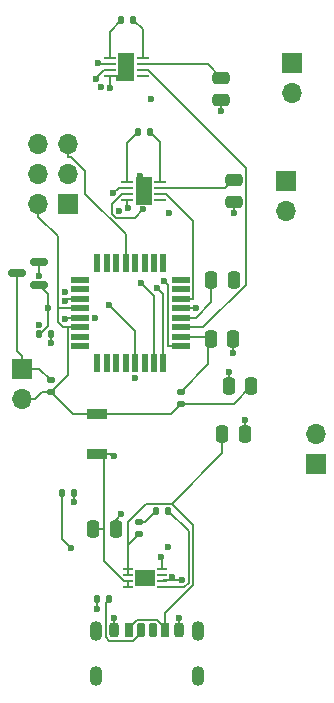
<source format=gbr>
%TF.GenerationSoftware,KiCad,Pcbnew,8.0.7*%
%TF.CreationDate,2025-01-05T21:05:33-07:00*%
%TF.ProjectId,Hat PCB,48617420-5043-4422-9e6b-696361645f70,rev?*%
%TF.SameCoordinates,Original*%
%TF.FileFunction,Copper,L1,Top*%
%TF.FilePolarity,Positive*%
%FSLAX46Y46*%
G04 Gerber Fmt 4.6, Leading zero omitted, Abs format (unit mm)*
G04 Created by KiCad (PCBNEW 8.0.7) date 2025-01-05 21:05:33*
%MOMM*%
%LPD*%
G01*
G04 APERTURE LIST*
G04 Aperture macros list*
%AMRoundRect*
0 Rectangle with rounded corners*
0 $1 Rounding radius*
0 $2 $3 $4 $5 $6 $7 $8 $9 X,Y pos of 4 corners*
0 Add a 4 corners polygon primitive as box body*
4,1,4,$2,$3,$4,$5,$6,$7,$8,$9,$2,$3,0*
0 Add four circle primitives for the rounded corners*
1,1,$1+$1,$2,$3*
1,1,$1+$1,$4,$5*
1,1,$1+$1,$6,$7*
1,1,$1+$1,$8,$9*
0 Add four rect primitives between the rounded corners*
20,1,$1+$1,$2,$3,$4,$5,0*
20,1,$1+$1,$4,$5,$6,$7,0*
20,1,$1+$1,$6,$7,$8,$9,0*
20,1,$1+$1,$8,$9,$2,$3,0*%
G04 Aperture macros list end*
%TA.AperFunction,SMDPad,CuDef*%
%ADD10RoundRect,0.147500X0.172500X-0.147500X0.172500X0.147500X-0.172500X0.147500X-0.172500X-0.147500X0*%
%TD*%
%TA.AperFunction,ComponentPad*%
%ADD11R,1.700000X1.700000*%
%TD*%
%TA.AperFunction,ComponentPad*%
%ADD12O,1.700000X1.700000*%
%TD*%
%TA.AperFunction,SMDPad,CuDef*%
%ADD13RoundRect,0.135000X0.135000X0.185000X-0.135000X0.185000X-0.135000X-0.185000X0.135000X-0.185000X0*%
%TD*%
%TA.AperFunction,SMDPad,CuDef*%
%ADD14RoundRect,0.135000X-0.135000X-0.185000X0.135000X-0.185000X0.135000X0.185000X-0.135000X0.185000X0*%
%TD*%
%TA.AperFunction,SMDPad,CuDef*%
%ADD15RoundRect,0.250000X-0.250000X-0.475000X0.250000X-0.475000X0.250000X0.475000X-0.250000X0.475000X0*%
%TD*%
%TA.AperFunction,SMDPad,CuDef*%
%ADD16RoundRect,0.250000X-0.475000X0.250000X-0.475000X-0.250000X0.475000X-0.250000X0.475000X0.250000X0*%
%TD*%
%TA.AperFunction,SMDPad,CuDef*%
%ADD17RoundRect,0.062500X-0.412500X-0.062500X0.412500X-0.062500X0.412500X0.062500X-0.412500X0.062500X0*%
%TD*%
%TA.AperFunction,HeatsinkPad*%
%ADD18R,1.450000X2.400000*%
%TD*%
%TA.AperFunction,SMDPad,CuDef*%
%ADD19RoundRect,0.147500X-0.172500X0.147500X-0.172500X-0.147500X0.172500X-0.147500X0.172500X0.147500X0*%
%TD*%
%TA.AperFunction,SMDPad,CuDef*%
%ADD20RoundRect,0.062500X-0.337500X-0.062500X0.337500X-0.062500X0.337500X0.062500X-0.337500X0.062500X0*%
%TD*%
%TA.AperFunction,HeatsinkPad*%
%ADD21R,1.700000X1.400000*%
%TD*%
%TA.AperFunction,SMDPad,CuDef*%
%ADD22RoundRect,0.135000X0.185000X-0.135000X0.185000X0.135000X-0.185000X0.135000X-0.185000X-0.135000X0*%
%TD*%
%TA.AperFunction,SMDPad,CuDef*%
%ADD23R,1.600000X0.550000*%
%TD*%
%TA.AperFunction,SMDPad,CuDef*%
%ADD24R,0.550000X1.600000*%
%TD*%
%TA.AperFunction,SMDPad,CuDef*%
%ADD25RoundRect,0.175000X-0.175000X-0.425000X0.175000X-0.425000X0.175000X0.425000X-0.175000X0.425000X0*%
%TD*%
%TA.AperFunction,SMDPad,CuDef*%
%ADD26RoundRect,0.190000X0.190000X0.410000X-0.190000X0.410000X-0.190000X-0.410000X0.190000X-0.410000X0*%
%TD*%
%TA.AperFunction,SMDPad,CuDef*%
%ADD27RoundRect,0.200000X0.200000X0.400000X-0.200000X0.400000X-0.200000X-0.400000X0.200000X-0.400000X0*%
%TD*%
%TA.AperFunction,SMDPad,CuDef*%
%ADD28RoundRect,0.175000X0.175000X0.425000X-0.175000X0.425000X-0.175000X-0.425000X0.175000X-0.425000X0*%
%TD*%
%TA.AperFunction,SMDPad,CuDef*%
%ADD29RoundRect,0.190000X-0.190000X-0.410000X0.190000X-0.410000X0.190000X0.410000X-0.190000X0.410000X0*%
%TD*%
%TA.AperFunction,SMDPad,CuDef*%
%ADD30RoundRect,0.200000X-0.200000X-0.400000X0.200000X-0.400000X0.200000X0.400000X-0.200000X0.400000X0*%
%TD*%
%TA.AperFunction,ComponentPad*%
%ADD31O,1.100000X1.700000*%
%TD*%
%TA.AperFunction,SMDPad,CuDef*%
%ADD32RoundRect,0.150000X0.587500X0.150000X-0.587500X0.150000X-0.587500X-0.150000X0.587500X-0.150000X0*%
%TD*%
%TA.AperFunction,SMDPad,CuDef*%
%ADD33R,1.700000X0.900000*%
%TD*%
%TA.AperFunction,SMDPad,CuDef*%
%ADD34RoundRect,0.250000X0.250000X0.475000X-0.250000X0.475000X-0.250000X-0.475000X0.250000X-0.475000X0*%
%TD*%
%TA.AperFunction,ViaPad*%
%ADD35C,0.600000*%
%TD*%
%TA.AperFunction,Conductor*%
%ADD36C,0.200000*%
%TD*%
G04 APERTURE END LIST*
D10*
%TO.P,D2,1,K*%
%TO.N,VCC*%
X243500000Y-129970000D03*
%TO.P,D2,2,A*%
%TO.N,Net-(D2-A)*%
X243500000Y-129000000D03*
%TD*%
D11*
%TO.P,J1,1,Pin_1*%
%TO.N,Net-(J1-Pin_1)*%
X265950000Y-136050000D03*
D12*
%TO.P,J1,2,Pin_2*%
%TO.N,GND*%
X265950000Y-133510000D03*
%TD*%
D13*
%TO.P,R6,1*%
%TO.N,Net-(P1-CC)*%
X248470000Y-147550000D03*
%TO.P,R6,2*%
%TO.N,GND*%
X247450000Y-147550000D03*
%TD*%
D14*
%TO.P,R5,1*%
%TO.N,Net-(R5-Pad1)*%
X250917500Y-108000000D03*
%TO.P,R5,2*%
%TO.N,Net-(R5-Pad2)*%
X251937500Y-108000000D03*
%TD*%
%TO.P,R1,1*%
%TO.N,Net-(Q1-G)*%
X242530000Y-125050000D03*
%TO.P,R1,2*%
%TO.N,GND*%
X243550000Y-125050000D03*
%TD*%
D11*
%TO.P,J5,1,Pin_1*%
%TO.N,Net-(D2-A)*%
X241050000Y-128010000D03*
D12*
%TO.P,J5,2,Pin_2*%
%TO.N,VCC*%
X241050000Y-130550000D03*
%TD*%
D15*
%TO.P,C1,1*%
%TO.N,Net-(U1-AVCC)*%
X257050000Y-125500000D03*
%TO.P,C1,2*%
%TO.N,GND*%
X258950000Y-125500000D03*
%TD*%
D16*
%TO.P,C3,1*%
%TO.N,Net-(U2-V+)*%
X257937500Y-103375000D03*
%TO.P,C3,2*%
%TO.N,GND*%
X257937500Y-105275000D03*
%TD*%
D14*
%TO.P,R7,1*%
%TO.N,Net-(D1-K)*%
X252430000Y-140050000D03*
%TO.P,R7,2*%
%TO.N,Net-(U4-STAT)*%
X253450000Y-140050000D03*
%TD*%
D17*
%TO.P,U3,1,Rg*%
%TO.N,Net-(R5-Pad1)*%
X249987500Y-112225000D03*
%TO.P,U3,2,-*%
%TO.N,Net-(J3-Pin_1)*%
X249987500Y-112725000D03*
%TO.P,U3,3,+*%
%TO.N,Net-(J3-Pin_2)*%
X249987500Y-113225000D03*
%TO.P,U3,4,V-*%
%TO.N,GND*%
X249987500Y-113725000D03*
%TO.P,U3,5,Ref*%
%TO.N,unconnected-(U3-Ref-Pad5)*%
X252787500Y-113725000D03*
%TO.P,U3,6*%
%TO.N,Net-(U1-ADC7)*%
X252787500Y-113225000D03*
%TO.P,U3,7,V+*%
%TO.N,Net-(U3-V+)*%
X252787500Y-112725000D03*
%TO.P,U3,8,Rg*%
%TO.N,Net-(R5-Pad2)*%
X252787500Y-112225000D03*
D18*
%TO.P,U3,9,EP*%
%TO.N,GND*%
X251387500Y-112975000D03*
%TD*%
D14*
%TO.P,R4,1*%
%TO.N,Net-(R4-Pad1)*%
X249480000Y-98500000D03*
%TO.P,R4,2*%
%TO.N,Net-(R4-Pad2)*%
X250500000Y-98500000D03*
%TD*%
D19*
%TO.P,D1,1,K*%
%TO.N,Net-(D1-K)*%
X251000000Y-141015000D03*
%TO.P,D1,2,A*%
%TO.N,VDD*%
X251000000Y-141985000D03*
%TD*%
D16*
%TO.P,C2,1*%
%TO.N,Net-(U3-V+)*%
X259000000Y-112000000D03*
%TO.P,C2,2*%
%TO.N,GND*%
X259000000Y-113900000D03*
%TD*%
D14*
%TO.P,R3,1*%
%TO.N,Net-(U4-PROG)*%
X244480000Y-138500000D03*
%TO.P,R3,2*%
%TO.N,GND*%
X245500000Y-138500000D03*
%TD*%
D20*
%TO.P,U4,1,V_{DD}*%
%TO.N,VDD*%
X250050000Y-145000000D03*
%TO.P,U4,2,V_{DD}*%
X250050000Y-145500000D03*
%TO.P,U4,3,V_{BAT}*%
%TO.N,Net-(J1-Pin_1)*%
X250050000Y-146000000D03*
%TO.P,U4,4,V_{BAT}*%
X250050000Y-146500000D03*
%TO.P,U4,5,STAT*%
%TO.N,Net-(U4-STAT)*%
X252950000Y-146500000D03*
%TO.P,U4,6,V_{SS}*%
%TO.N,GND*%
X252950000Y-146000000D03*
%TO.P,U4,7,NC*%
%TO.N,unconnected-(U4-NC-Pad7)*%
X252950000Y-145500000D03*
%TO.P,U4,8,PROG*%
%TO.N,Net-(U4-PROG)*%
X252950000Y-145000000D03*
D21*
%TO.P,U4,9*%
%TO.N,N/C*%
X251500000Y-145750000D03*
%TD*%
D11*
%TO.P,J4,1,Pin_1*%
%TO.N,Net-(J4-Pin_1)*%
X245000000Y-114040000D03*
D12*
%TO.P,J4,2,Pin_2*%
%TO.N,VCC*%
X242460000Y-114040000D03*
%TO.P,J4,3,Pin_3*%
%TO.N,Net-(J4-Pin_3)*%
X245000000Y-111500000D03*
%TO.P,J4,4,Pin_4*%
%TO.N,Net-(J4-Pin_4)*%
X242460000Y-111500000D03*
%TO.P,J4,5,Pin_5*%
%TO.N,Net-(J4-Pin_5)*%
X245000000Y-108960000D03*
%TO.P,J4,6,Pin_6*%
%TO.N,GND*%
X242460000Y-108960000D03*
%TD*%
D15*
%TO.P,C5,1*%
%TO.N,VDD*%
X258050000Y-133550000D03*
%TO.P,C5,2*%
%TO.N,GND*%
X259950000Y-133550000D03*
%TD*%
D22*
%TO.P,R2,1*%
%TO.N,VCC*%
X254500000Y-131000000D03*
%TO.P,R2,2*%
%TO.N,Net-(U1-AVCC)*%
X254500000Y-129980000D03*
%TD*%
D15*
%TO.P,C4,1*%
%TO.N,Net-(J1-Pin_1)*%
X247100000Y-141550000D03*
%TO.P,C4,2*%
%TO.N,GND*%
X249000000Y-141550000D03*
%TD*%
D23*
%TO.P,U1,1,PD3*%
%TO.N,unconnected-(U1-PD3-Pad1)*%
X246000000Y-120500000D03*
%TO.P,U1,2,PD4*%
%TO.N,unconnected-(U1-PD4-Pad2)*%
X246000000Y-121300000D03*
%TO.P,U1,3,GND*%
%TO.N,GND*%
X246000000Y-122100000D03*
%TO.P,U1,4,VCC*%
%TO.N,VCC*%
X246000000Y-122900000D03*
%TO.P,U1,5,GND*%
%TO.N,GND*%
X246000000Y-123700000D03*
%TO.P,U1,6,VCC*%
%TO.N,VCC*%
X246000000Y-124500000D03*
%TO.P,U1,7,XTAL1/PB6*%
%TO.N,unconnected-(U1-XTAL1{slash}PB6-Pad7)*%
X246000000Y-125300000D03*
%TO.P,U1,8,XTAL2/PB7*%
%TO.N,unconnected-(U1-XTAL2{slash}PB7-Pad8)*%
X246000000Y-126100000D03*
D24*
%TO.P,U1,9,PD5*%
%TO.N,unconnected-(U1-PD5-Pad9)*%
X247450000Y-127550000D03*
%TO.P,U1,10,PD6*%
%TO.N,unconnected-(U1-PD6-Pad10)*%
X248250000Y-127550000D03*
%TO.P,U1,11,PD7*%
%TO.N,unconnected-(U1-PD7-Pad11)*%
X249050000Y-127550000D03*
%TO.P,U1,12,PB0*%
%TO.N,unconnected-(U1-PB0-Pad12)*%
X249850000Y-127550000D03*
%TO.P,U1,13,PB1*%
%TO.N,Net-(Q1-G)*%
X250650000Y-127550000D03*
%TO.P,U1,14,PB2*%
%TO.N,unconnected-(U1-PB2-Pad14)*%
X251450000Y-127550000D03*
%TO.P,U1,15,PB3*%
%TO.N,Net-(J4-Pin_4)*%
X252250000Y-127550000D03*
%TO.P,U1,16,PB4*%
%TO.N,Net-(J4-Pin_1)*%
X253050000Y-127550000D03*
D23*
%TO.P,U1,17,PB5*%
%TO.N,Net-(J4-Pin_3)*%
X254500000Y-126100000D03*
%TO.P,U1,18,AVCC*%
%TO.N,Net-(U1-AVCC)*%
X254500000Y-125300000D03*
%TO.P,U1,19,ADC6*%
%TO.N,Net-(U1-ADC6)*%
X254500000Y-124500000D03*
%TO.P,U1,20,AREF*%
%TO.N,Net-(U1-AREF)*%
X254500000Y-123700000D03*
%TO.P,U1,21,GND*%
%TO.N,GND*%
X254500000Y-122900000D03*
%TO.P,U1,22,ADC7*%
%TO.N,Net-(U1-ADC7)*%
X254500000Y-122100000D03*
%TO.P,U1,23,PC0*%
%TO.N,unconnected-(U1-PC0-Pad23)*%
X254500000Y-121300000D03*
%TO.P,U1,24,PC1*%
%TO.N,unconnected-(U1-PC1-Pad24)*%
X254500000Y-120500000D03*
D24*
%TO.P,U1,25,PC2*%
%TO.N,unconnected-(U1-PC2-Pad25)*%
X253050000Y-119050000D03*
%TO.P,U1,26,PC3*%
%TO.N,unconnected-(U1-PC3-Pad26)*%
X252250000Y-119050000D03*
%TO.P,U1,27,PC4*%
%TO.N,unconnected-(U1-PC4-Pad27)*%
X251450000Y-119050000D03*
%TO.P,U1,28,PC5*%
%TO.N,unconnected-(U1-PC5-Pad28)*%
X250650000Y-119050000D03*
%TO.P,U1,29,~{RESET}/PC6*%
%TO.N,Net-(J4-Pin_5)*%
X249850000Y-119050000D03*
%TO.P,U1,30,PD0*%
%TO.N,unconnected-(U1-PD0-Pad30)*%
X249050000Y-119050000D03*
%TO.P,U1,31,PD1*%
%TO.N,unconnected-(U1-PD1-Pad31)*%
X248250000Y-119050000D03*
%TO.P,U1,32,PD2*%
%TO.N,unconnected-(U1-PD2-Pad32)*%
X247450000Y-119050000D03*
%TD*%
D25*
%TO.P,P1,A5,CC*%
%TO.N,Net-(P1-CC)*%
X251130000Y-150170000D03*
D26*
%TO.P,P1,A9,VBUS*%
%TO.N,VDD*%
X253150000Y-150170000D03*
D27*
%TO.P,P1,A12,GND*%
%TO.N,GND*%
X254380000Y-150170000D03*
D28*
%TO.P,P1,B5,VCONN*%
%TO.N,unconnected-(P1-VCONN-PadB5)*%
X252130000Y-150170000D03*
D29*
%TO.P,P1,B9,VBUS*%
%TO.N,VDD*%
X250110000Y-150170000D03*
D30*
%TO.P,P1,B12,GND*%
%TO.N,GND*%
X248880000Y-150170000D03*
D31*
%TO.P,P1,S1,SHIELD*%
%TO.N,unconnected-(P1-SHIELD-PadS1)_2*%
X247310000Y-150250000D03*
%TO.N,unconnected-(P1-SHIELD-PadS1)_3*%
X247310000Y-154050000D03*
%TO.N,unconnected-(P1-SHIELD-PadS1)_1*%
X255950000Y-150250000D03*
%TO.N,unconnected-(P1-SHIELD-PadS1)*%
X255950000Y-154050000D03*
%TD*%
D32*
%TO.P,Q1,1,G*%
%TO.N,Net-(Q1-G)*%
X242500000Y-120900000D03*
%TO.P,Q1,2,S*%
%TO.N,GND*%
X242500000Y-119000000D03*
%TO.P,Q1,3,D*%
%TO.N,Net-(D2-A)*%
X240625000Y-119950000D03*
%TD*%
D33*
%TO.P,SW1,1,A*%
%TO.N,Net-(J1-Pin_1)*%
X247450000Y-135250000D03*
%TO.P,SW1,2,B*%
%TO.N,VCC*%
X247450000Y-131850000D03*
%TD*%
D11*
%TO.P,J2,1,Pin_1*%
%TO.N,Net-(J2-Pin_1)*%
X263937500Y-102100000D03*
D12*
%TO.P,J2,2,Pin_2*%
%TO.N,Net-(J2-Pin_2)*%
X263937500Y-104640000D03*
%TD*%
D11*
%TO.P,J3,1,Pin_1*%
%TO.N,Net-(J3-Pin_1)*%
X263437500Y-112100000D03*
D12*
%TO.P,J3,2,Pin_2*%
%TO.N,Net-(J3-Pin_2)*%
X263437500Y-114640000D03*
%TD*%
D17*
%TO.P,U2,1,Rg*%
%TO.N,Net-(R4-Pad1)*%
X248487500Y-101725000D03*
%TO.P,U2,2,-*%
%TO.N,Net-(J2-Pin_1)*%
X248487500Y-102225000D03*
%TO.P,U2,3,+*%
%TO.N,Net-(J2-Pin_2)*%
X248487500Y-102725000D03*
%TO.P,U2,4,V-*%
%TO.N,GND*%
X248487500Y-103225000D03*
%TO.P,U2,5,Ref*%
%TO.N,unconnected-(U2-Ref-Pad5)*%
X251287500Y-103225000D03*
%TO.P,U2,6*%
%TO.N,Net-(U1-ADC6)*%
X251287500Y-102725000D03*
%TO.P,U2,7,V+*%
%TO.N,Net-(U2-V+)*%
X251287500Y-102225000D03*
%TO.P,U2,8,Rg*%
%TO.N,Net-(R4-Pad2)*%
X251287500Y-101725000D03*
D18*
%TO.P,U2,9,EP*%
%TO.N,GND*%
X249887500Y-102475000D03*
%TD*%
D15*
%TO.P,C7,1*%
%TO.N,GND*%
X258600000Y-129500000D03*
%TO.P,C7,2*%
%TO.N,VCC*%
X260500000Y-129500000D03*
%TD*%
D34*
%TO.P,C6,1*%
%TO.N,GND*%
X259000000Y-120500000D03*
%TO.P,C6,2*%
%TO.N,Net-(U1-AREF)*%
X257100000Y-120500000D03*
%TD*%
D35*
%TO.N,Net-(Q1-G)*%
X248418100Y-122615700D03*
X243294600Y-122903700D03*
%TO.N,Net-(U4-PROG)*%
X252837000Y-143917000D03*
X245264000Y-143200000D03*
%TO.N,Net-(J4-Pin_4)*%
X251125000Y-120775000D03*
%TO.N,Net-(J4-Pin_1)*%
X252536000Y-121188000D03*
%TO.N,Net-(J4-Pin_3)*%
X253112000Y-120572000D03*
%TO.N,Net-(J3-Pin_1)*%
X248808000Y-113173000D03*
%TO.N,Net-(J3-Pin_2)*%
X251351000Y-114515000D03*
%TO.N,Net-(J2-Pin_2)*%
X247324000Y-103495000D03*
%TO.N,Net-(J2-Pin_1)*%
X247545000Y-102100000D03*
%TO.N,Net-(J1-Pin_1)*%
X248841000Y-135416000D03*
%TO.N,GND*%
X252000000Y-105197000D03*
X257938000Y-106228000D03*
X253437000Y-143109000D03*
X250284000Y-103066000D03*
X249275000Y-114672000D03*
X253806000Y-145662000D03*
X247450000Y-148324000D03*
X259950000Y-132371000D03*
X249450000Y-140343000D03*
X251108000Y-111666000D03*
X248880000Y-149098000D03*
X247775000Y-104153000D03*
X254380000Y-149109000D03*
X259050000Y-120179000D03*
X249318000Y-103382000D03*
X253500000Y-114823000D03*
X244748000Y-121479000D03*
X245500000Y-139285000D03*
X255792000Y-122900000D03*
X250650000Y-128805000D03*
X250049000Y-114417000D03*
X242500000Y-120128000D03*
X244738000Y-122310000D03*
X244719000Y-123823000D03*
X242530000Y-124276000D03*
X259000000Y-114856000D03*
X247286000Y-123700000D03*
X243550000Y-125825000D03*
X258600000Y-128312300D03*
X254594000Y-145928900D03*
X248545400Y-104265100D03*
X258950000Y-126707700D03*
%TD*%
D36*
%TO.N,Net-(Q1-G)*%
X250650000Y-124847600D02*
X248418100Y-122615700D01*
X250650000Y-127550000D02*
X250650000Y-124847600D01*
X243294600Y-124364800D02*
X243294600Y-122903700D01*
X242609400Y-125050000D02*
X243294600Y-124364800D01*
X242530000Y-125050000D02*
X242609400Y-125050000D01*
X243294600Y-121694600D02*
X243294600Y-122903700D01*
X242500000Y-120900000D02*
X243294600Y-121694600D01*
%TO.N,Net-(U1-ADC7)*%
X253300200Y-113225000D02*
X252787500Y-113225000D01*
X255551700Y-115476500D02*
X253300200Y-113225000D01*
X255551700Y-122100000D02*
X255551700Y-115476500D01*
X254500000Y-122100000D02*
X255551700Y-122100000D01*
%TO.N,Net-(U1-ADC6)*%
X251731900Y-102725000D02*
X251287500Y-102725000D01*
X260005100Y-110998200D02*
X251731900Y-102725000D01*
X260005100Y-120932800D02*
X260005100Y-110998200D01*
X256437900Y-124500000D02*
X260005100Y-120932800D01*
X254500000Y-124500000D02*
X256437900Y-124500000D01*
%TO.N,Net-(D2-A)*%
X240625000Y-126483300D02*
X241050000Y-126908300D01*
X240625000Y-119950000D02*
X240625000Y-126483300D01*
X241050000Y-128010000D02*
X241050000Y-126908300D01*
X242510000Y-128010000D02*
X243500000Y-129000000D01*
X241050000Y-128010000D02*
X242510000Y-128010000D01*
%TO.N,Net-(U4-STAT)*%
X254818400Y-146500000D02*
X252950000Y-146500000D01*
X255178500Y-146139900D02*
X254818400Y-146500000D01*
X255178500Y-141778500D02*
X255178500Y-146139900D01*
X253450000Y-140050000D02*
X255178500Y-141778500D01*
%TO.N,Net-(R5-Pad1)*%
X249987500Y-108930000D02*
X250917500Y-108000000D01*
X249987500Y-112225000D02*
X249987500Y-108930000D01*
%TO.N,Net-(R5-Pad2)*%
X252787500Y-108850000D02*
X251937500Y-108000000D01*
X252787500Y-112225000D02*
X252787500Y-108850000D01*
%TO.N,Net-(R4-Pad2)*%
X251287500Y-99287500D02*
X250500000Y-98500000D01*
X251287500Y-101725000D02*
X251287500Y-99287500D01*
%TO.N,Net-(R4-Pad1)*%
X248487500Y-99492500D02*
X249480000Y-98500000D01*
X248487500Y-101725000D02*
X248487500Y-99492500D01*
%TO.N,Net-(U4-PROG)*%
X244480000Y-142416000D02*
X244480000Y-138500000D01*
X245264000Y-143200000D02*
X244480000Y-142416000D01*
X252950000Y-144030000D02*
X252950000Y-145000000D01*
X252837000Y-143917000D02*
X252950000Y-144030000D01*
%TO.N,Net-(P1-CC)*%
X248151900Y-147868100D02*
X248470000Y-147550000D01*
X248151900Y-150756100D02*
X248151900Y-147868100D01*
X248483300Y-151087500D02*
X248151900Y-150756100D01*
X250462600Y-151087500D02*
X248483300Y-151087500D01*
X251130000Y-150420100D02*
X250462600Y-151087500D01*
X251130000Y-150170000D02*
X251130000Y-150420100D01*
%TO.N,Net-(U1-AREF)*%
X255784700Y-123700000D02*
X254500000Y-123700000D01*
X257100000Y-122384700D02*
X255784700Y-123700000D01*
X257100000Y-120500000D02*
X257100000Y-122384700D01*
%TO.N,VCC*%
X245380000Y-131850000D02*
X243500000Y-129970000D01*
X247450000Y-131850000D02*
X245380000Y-131850000D01*
X244948300Y-128521700D02*
X243500000Y-129970000D01*
X244948300Y-124500000D02*
X244948300Y-128521700D01*
X246000000Y-124500000D02*
X244948300Y-124500000D01*
X259000000Y-131000000D02*
X260500000Y-129500000D01*
X254500000Y-131000000D02*
X259000000Y-131000000D01*
X253650000Y-131850000D02*
X247450000Y-131850000D01*
X254500000Y-131000000D02*
X253650000Y-131850000D01*
X246000000Y-122900000D02*
X244134100Y-122900000D01*
X244134100Y-116815800D02*
X244134100Y-122900000D01*
X242460000Y-115141700D02*
X244134100Y-116815800D01*
X244572900Y-124500000D02*
X244948300Y-124500000D01*
X244134100Y-124061200D02*
X244572900Y-124500000D01*
X244134100Y-122900000D02*
X244134100Y-124061200D01*
X242460000Y-114040000D02*
X242460000Y-115141700D01*
X242731700Y-129970000D02*
X243500000Y-129970000D01*
X242151700Y-130550000D02*
X242731700Y-129970000D01*
X241050000Y-130550000D02*
X242151700Y-130550000D01*
%TO.N,Net-(J4-Pin_4)*%
X252250000Y-121900000D02*
X252250000Y-127550000D01*
X251125000Y-120775000D02*
X252250000Y-121900000D01*
%TO.N,Net-(J4-Pin_1)*%
X253050000Y-121702000D02*
X253050000Y-127550000D01*
X252536000Y-121188000D02*
X253050000Y-121702000D01*
%TO.N,Net-(J4-Pin_3)*%
X253448300Y-120908300D02*
X253448300Y-126100000D01*
X253112000Y-120572000D02*
X253448300Y-120908300D01*
X254500000Y-126100000D02*
X253448300Y-126100000D01*
%TO.N,Net-(J4-Pin_5)*%
X245228300Y-110061700D02*
X245000000Y-110061700D01*
X246439800Y-111273200D02*
X245228300Y-110061700D01*
X246439800Y-113184300D02*
X246439800Y-111273200D01*
X249850000Y-116594500D02*
X246439800Y-113184300D01*
X249850000Y-119050000D02*
X249850000Y-116594500D01*
X245000000Y-108960000D02*
X245000000Y-110061700D01*
%TO.N,Net-(J3-Pin_1)*%
X249256000Y-112725000D02*
X248808000Y-113173000D01*
X249987500Y-112725000D02*
X249256000Y-112725000D01*
%TO.N,Net-(J3-Pin_2)*%
X250634900Y-115231100D02*
X251351000Y-114515000D01*
X249053900Y-115231100D02*
X250634900Y-115231100D01*
X248703600Y-114880800D02*
X249053900Y-115231100D01*
X248703600Y-114057700D02*
X248703600Y-114880800D01*
X249536300Y-113225000D02*
X248703600Y-114057700D01*
X249987500Y-113225000D02*
X249536300Y-113225000D01*
%TO.N,Net-(J2-Pin_2)*%
X247995100Y-102725000D02*
X248487500Y-102725000D01*
X247324000Y-103396100D02*
X247995100Y-102725000D01*
X247324000Y-103495000D02*
X247324000Y-103396100D01*
%TO.N,Net-(J2-Pin_1)*%
X247670000Y-102225000D02*
X248487500Y-102225000D01*
X247545000Y-102100000D02*
X247670000Y-102225000D01*
%TO.N,Net-(D1-K)*%
X251465000Y-141015000D02*
X252430000Y-140050000D01*
X251000000Y-141015000D02*
X251465000Y-141015000D01*
%TO.N,VDD*%
X253150000Y-150056000D02*
X253150000Y-150170000D01*
X253150000Y-149942000D02*
X253150000Y-150056000D01*
X252466500Y-149258500D02*
X253150000Y-149942000D01*
X250793500Y-149258500D02*
X252466500Y-149258500D01*
X250110000Y-149942000D02*
X250793500Y-149258500D01*
X250110000Y-150170000D02*
X250110000Y-149942000D01*
X250050000Y-145500000D02*
X250050000Y-145000000D01*
X250050000Y-145000000D02*
X250050000Y-142935000D01*
X250050000Y-142935000D02*
X251000000Y-141985000D01*
X258050000Y-135156500D02*
X258050000Y-133550000D01*
X253737100Y-139469400D02*
X258050000Y-135156500D01*
X251591200Y-139469400D02*
X253737100Y-139469400D01*
X250050000Y-141010600D02*
X251591200Y-139469400D01*
X250050000Y-142935000D02*
X250050000Y-141010600D01*
X253150000Y-148678200D02*
X253150000Y-150056000D01*
X255534800Y-146293400D02*
X253150000Y-148678200D01*
X255534800Y-141267100D02*
X255534800Y-146293400D01*
X253737100Y-139469400D02*
X255534800Y-141267100D01*
%TO.N,Net-(J1-Pin_1)*%
X248717700Y-135416000D02*
X248551700Y-135250000D01*
X248841000Y-135416000D02*
X248717700Y-135416000D01*
X247450000Y-135250000D02*
X248000900Y-135250000D01*
X248000900Y-135250000D02*
X248551700Y-135250000D01*
X250050000Y-146500000D02*
X250050000Y-146000000D01*
X249705200Y-146000000D02*
X250050000Y-146000000D01*
X248000900Y-144295700D02*
X249705200Y-146000000D01*
X248000900Y-141550000D02*
X248000900Y-144295700D01*
X248000900Y-135250000D02*
X248000900Y-141550000D01*
X248000900Y-141550000D02*
X247100000Y-141550000D01*
%TO.N,Net-(U2-V+)*%
X256787500Y-102225000D02*
X257937500Y-103375000D01*
X251287500Y-102225000D02*
X256787500Y-102225000D01*
%TO.N,Net-(U3-V+)*%
X258275000Y-112725000D02*
X252787500Y-112725000D01*
X259000000Y-112000000D02*
X258275000Y-112725000D01*
%TO.N,Net-(U1-AVCC)*%
X256850000Y-125500000D02*
X257050000Y-125500000D01*
X256850000Y-127630000D02*
X256850000Y-125500000D01*
X254500000Y-129980000D02*
X256850000Y-127630000D01*
X256650000Y-125300000D02*
X254500000Y-125300000D01*
X256850000Y-125500000D02*
X256650000Y-125300000D01*
%TO.N,GND*%
X242500000Y-120128000D02*
X242500000Y-119000000D01*
X248880000Y-149098000D02*
X248880000Y-150170000D01*
X254380000Y-149109000D02*
X254380000Y-150170000D01*
X255792000Y-122900000D02*
X254500000Y-122900000D01*
X244825300Y-123823000D02*
X244948300Y-123700000D01*
X244719000Y-123823000D02*
X244825300Y-123823000D01*
X246000000Y-123700000D02*
X244948300Y-123700000D01*
X244738300Y-122310000D02*
X244948300Y-122100000D01*
X244738000Y-122310000D02*
X244738300Y-122310000D01*
X246000000Y-122100000D02*
X244948300Y-122100000D01*
X259000000Y-120229000D02*
X259000000Y-120500000D01*
X259050000Y-120179000D02*
X259000000Y-120229000D01*
X258600000Y-128312300D02*
X258600000Y-129500000D01*
X249000000Y-140793000D02*
X249000000Y-141550000D01*
X249450000Y-140343000D02*
X249000000Y-140793000D01*
X259950000Y-132371000D02*
X259950000Y-133550000D01*
X249887500Y-102669500D02*
X249887500Y-102475000D01*
X250284000Y-103066000D02*
X249887500Y-102669500D01*
X248487500Y-104207200D02*
X248545400Y-104265100D01*
X248487500Y-103225000D02*
X248487500Y-104207200D01*
X251387500Y-111945500D02*
X251387500Y-112975000D01*
X251108000Y-111666000D02*
X251387500Y-111945500D01*
X249987500Y-114355500D02*
X249987500Y-113725000D01*
X250049000Y-114417000D02*
X249987500Y-114355500D01*
X259000000Y-114856000D02*
X259000000Y-113900000D01*
X257937500Y-106227500D02*
X257937500Y-105275000D01*
X257938000Y-106228000D02*
X257937500Y-106227500D01*
X258950000Y-126707700D02*
X258950000Y-125500000D01*
X245500000Y-139285000D02*
X245500000Y-138500000D01*
X243550000Y-125825000D02*
X243550000Y-125050000D01*
X247450000Y-148324000D02*
X247450000Y-147550000D01*
X253021100Y-145928900D02*
X252950000Y-146000000D01*
X254594000Y-145928900D02*
X253021100Y-145928900D01*
%TD*%
M02*

</source>
